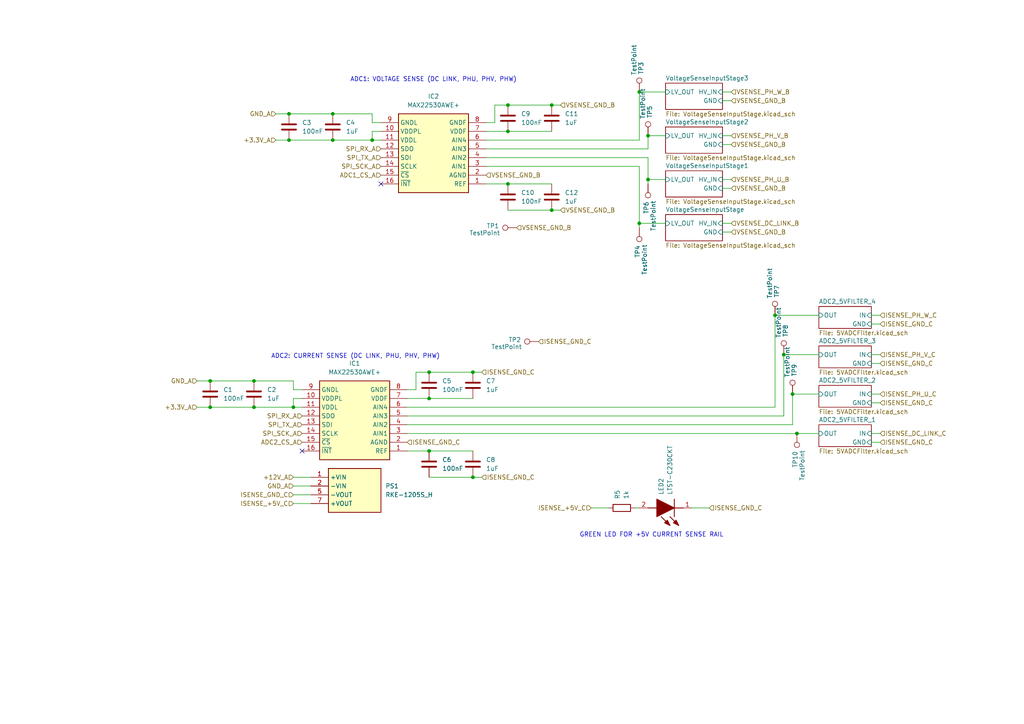
<source format=kicad_sch>
(kicad_sch (version 20250114) (generator "eeschema") (generator_version "9.0")
  (paper "A4")
  (lib_symbols
    (symbol "Connector:TestPoint" (pin_numbers (hide yes)) (pin_names (offset 0.762) (hide yes))
      (property "Reference" "TP" (at 0 6.858 0))
      (property "Value" "TestPoint" (at 0 5.08 0))
      (symbol "TestPoint_0_1"
        (circle (center 0 3.302) (radius 0.762))
      )
      (symbol "TestPoint_1_1"
        (pin passive line (at 0 0 90) (length 2.54) (name "1") (number "1"))
      )
    )
    (symbol "Device:C" (pin_numbers (hide yes)) (pin_names (offset 0.254))
      (property "Reference" "C" (at 0.635 2.54 0))
      (property "Value" "C" (at 0.635 -2.54 0))
      (symbol "C_0_1"
        (polyline (pts (xy -2.032 0.762) (xy 2.032 0.762)) (stroke (width 0.508)))
        (polyline (pts (xy -2.032 -0.762) (xy 2.032 -0.762)) (stroke (width 0.508)))
      )
      (symbol "C_1_1"
        (pin passive line (at 0 3.81 270) (length 2.794) (name "~") (number "1"))
        (pin passive line (at 0 -3.81 90) (length 2.794) (name "~") (number "2"))
      )
    )
    (symbol "Device:R" (pin_numbers (hide yes)) (pin_names (offset 0))
      (property "Reference" "R" (at 2.032 0 90))
      (property "Value" "R" (at 0 0 90))
      (symbol "R_0_1"
        (rectangle (start -1.016 -2.54) (end 1.016 2.54) (stroke (width 0.254)))
      )
      (symbol "R_1_1"
        (pin passive line (at 0 3.81 270) (length 1.27) (name "~") (number "1"))
        (pin passive line (at 0 -3.81 90) (length 1.27) (name "~") (number "2"))
      )
    )
    (symbol "InverterCom:LTST-C230CKT" (pin_names (hide yes))
      (property "Reference" "LED" (at 12.7 8.89 0))
      (property "Value" "LTST-C230CKT" (at 12.7 6.35 0))
      (symbol "LTST-C230CKT_1_1"
        (polyline (pts (xy 2.54 0) (xy 5.08 0)) (stroke (width 0.254)))
        (polyline (pts (xy 5.08 2.54) (xy 5.08 -2.54)) (stroke (width 0.254)))
        (polyline (pts (xy 5.08 0) (xy 10.16 2.54) (xy 10.16 -2.54) (xy 5.08 0)) (stroke (width 0.254)) (fill (type outline)))
        (polyline (pts (xy 5.334 4.318) (xy 4.572 3.556) (xy 3.81 5.08) (xy 5.334 4.318)) (stroke (width 0.254)) (fill (type outline)))
        (polyline (pts (xy 6.35 2.54) (xy 3.81 5.08)) (stroke (width 0.254)))
        (polyline (pts (xy 7.874 4.318) (xy 7.112 3.556) (xy 6.35 5.08) (xy 7.874 4.318)) (stroke (width 0.254)) (fill (type outline)))
        (polyline (pts (xy 8.89 2.54) (xy 6.35 5.08)) (stroke (width 0.254)))
        (polyline (pts (xy 10.16 0) (xy 12.7 0)) (stroke (width 0.254)))
        (pin passive line (at 0 0 0) (length 2.54) (name "K") (number "1"))
        (pin passive line (at 15.24 0 180) (length 2.54) (name "A") (number "2"))
      )
    )
    (symbol "InverterCom:MAX22530AWE+"
      (property "Reference" "IC" (at 26.67 7.62 0))
      (property "Value" "MAX22530AWE+" (at 26.67 5.08 0))
      (symbol "MAX22530AWE+_1_1"
        (rectangle (start 5.08 2.54) (end 25.4 -20.32) (stroke (width 0.254)) (fill (type background)))
        (pin passive line (at 0 0 0) (length 5.08) (name "REF") (number "1"))
        (pin passive line (at 0 -2.54 0) (length 5.08) (name "AGND") (number "2"))
        (pin passive line (at 0 -5.08 0) (length 5.08) (name "AIN1") (number "3"))
        (pin passive line (at 0 -7.62 0) (length 5.08) (name "AIN2") (number "4"))
        (pin passive line (at 0 -10.16 0) (length 5.08) (name "AIN3") (number "5"))
        (pin passive line (at 0 -12.7 0) (length 5.08) (name "AIN4") (number "6"))
        (pin passive line (at 0 -15.24 0) (length 5.08) (name "VDDF") (number "7"))
        (pin passive line (at 0 -17.78 0) (length 5.08) (name "GNDF") (number "8"))
        (pin passive line (at 30.48 0 180) (length 5.08) (name "~{INT}") (number "16"))
        (pin passive line (at 30.48 -2.54 180) (length 5.08) (name "~{CS}") (number "15"))
        (pin passive line (at 30.48 -5.08 180) (length 5.08) (name "SCLK") (number "14"))
        (pin passive line (at 30.48 -7.62 180) (length 5.08) (name "SDI") (number "13"))
        (pin passive line (at 30.48 -10.16 180) (length 5.08) (name "SDO") (number "12"))
        (pin passive line (at 30.48 -12.7 180) (length 5.08) (name "VDDL") (number "11"))
        (pin passive line (at 30.48 -15.24 180) (length 5.08) (name "VDDPL") (number "10"))
        (pin passive line (at 30.48 -17.78 180) (length 5.08) (name "GNDL") (number "9"))
      )
    )
    (symbol "InverterCom:RKE-1205S_H"
      (property "Reference" "PS" (at 21.59 7.62 0))
      (property "Value" "RKE-1205S_H" (at 21.59 5.08 0))
      (symbol "RKE-1205S_H_1_1"
        (rectangle (start 5.08 2.54) (end 20.32 -10.16) (stroke (width 0.254)) (fill (type background)))
        (pin passive line (at 0 0 0) (length 5.08) (name "+VIN") (number "1"))
        (pin passive line (at 0 -2.54 0) (length 5.08) (name "-VIN") (number "2"))
        (pin passive line (at 0 -5.08 0) (length 5.08) (name "-VOUT") (number "5"))
        (pin passive line (at 0 -7.62 0) (length 5.08) (name "+VOUT") (number "7"))
      )
    )
  )
  (text "ADC1: VOLTAGE SENSE (DC LINK, PHU, PHV, PHW)" (at 125.73 23.114 0) (effects (font (size 1.27 1.27))))
  (text "GREEN LED FOR +5V CURRENT SENSE RAIL" (at 188.976 155.194 0) (effects (font (size 1.27 1.27))))
  (text "ADC2: CURRENT SENSE (DC LINK, PHU, PHV, PHW)" (at 103.124 103.378 0) (effects (font (size 1.27 1.27))))
  (junction (at 96.52 33.02))
  (junction (at 137.16 107.95))
  (junction (at 124.46 107.95))
  (junction (at 73.66 118.11))
  (junction (at 147.32 53.34))
  (junction (at 60.96 118.11))
  (junction (at 137.16 138.43))
  (junction (at 107.95 40.64))
  (junction (at 187.96 52.07))
  (junction (at 160.02 30.48))
  (junction (at 85.09 118.11))
  (junction (at 147.32 30.48))
  (junction (at 124.46 130.81))
  (junction (at 227.33 102.87))
  (junction (at 160.02 60.96))
  (junction (at 60.96 110.49))
  (junction (at 224.79 91.44))
  (junction (at 73.66 110.49))
  (junction (at 185.42 26.67))
  (junction (at 124.46 115.57))
  (junction (at 229.87 114.3))
  (junction (at 231.14 125.73))
  (junction (at 96.52 40.64))
  (junction (at 83.82 33.02))
  (junction (at 147.32 38.1))
  (junction (at 185.42 64.77))
  (junction (at 187.96 39.37))
  (junction (at 83.82 40.64))
  (no_connect (at 110.49 53.34))
  (no_connect (at 87.63 130.81))
  (wire (pts (xy 85.09 118.11) (xy 87.63 118.11)))
  (wire (pts (xy 85.09 140.97) (xy 90.17 140.97)))
  (wire (pts (xy 85.09 138.43) (xy 90.17 138.43)))
  (wire (pts (xy 252.73 114.3) (xy 255.27 114.3)))
  (wire (pts (xy 85.09 110.49) (xy 85.09 113.03)))
  (wire (pts (xy 185.42 40.64) (xy 140.97 40.64)))
  (wire (pts (xy 143.51 30.48) (xy 147.32 30.48)))
  (wire (pts (xy 187.96 45.72) (xy 187.96 52.07)))
  (wire (pts (xy 193.04 52.07) (xy 187.96 52.07)))
  (wire (pts (xy 185.42 66.04) (xy 185.42 64.77)))
  (wire (pts (xy 73.66 118.11) (xy 85.09 118.11)))
  (wire (pts (xy 57.15 118.11) (xy 60.96 118.11)))
  (wire (pts (xy 96.52 33.02) (xy 107.95 33.02)))
  (wire (pts (xy 184.15 147.32) (xy 185.42 147.32)))
  (wire (pts (xy 171.45 147.32) (xy 176.53 147.32)))
  (wire (pts (xy 60.96 110.49) (xy 73.66 110.49)))
  (wire (pts (xy 252.73 128.27) (xy 255.27 128.27)))
  (wire (pts (xy 85.09 146.05) (xy 90.17 146.05)))
  (wire (pts (xy 120.65 107.95) (xy 124.46 107.95)))
  (wire (pts (xy 124.46 130.81) (xy 137.16 130.81)))
  (wire (pts (xy 118.11 115.57) (xy 124.46 115.57)))
  (wire (pts (xy 212.09 26.67) (xy 209.55 26.67)))
  (wire (pts (xy 96.52 40.64) (xy 107.95 40.64)))
  (wire (pts (xy 237.49 114.3) (xy 229.87 114.3)))
  (wire (pts (xy 107.95 33.02) (xy 107.95 35.56)))
  (wire (pts (xy 185.42 64.77) (xy 185.42 48.26)))
  (wire (pts (xy 147.32 53.34) (xy 160.02 53.34)))
  (wire (pts (xy 120.65 113.03) (xy 120.65 107.95)))
  (wire (pts (xy 185.42 26.67) (xy 193.04 26.67)))
  (wire (pts (xy 224.79 118.11) (xy 224.79 91.44)))
  (wire (pts (xy 252.73 102.87) (xy 255.27 102.87)))
  (wire (pts (xy 212.09 29.21) (xy 209.55 29.21)))
  (wire (pts (xy 85.09 115.57) (xy 85.09 118.11)))
  (wire (pts (xy 212.09 39.37) (xy 209.55 39.37)))
  (wire (pts (xy 185.42 64.77) (xy 193.04 64.77)))
  (wire (pts (xy 80.01 33.02) (xy 83.82 33.02)))
  (wire (pts (xy 147.32 38.1) (xy 160.02 38.1)))
  (wire (pts (xy 137.16 107.95) (xy 139.7 107.95)))
  (wire (pts (xy 224.79 91.44) (xy 237.49 91.44)))
  (wire (pts (xy 187.96 39.37) (xy 193.04 39.37)))
  (wire (pts (xy 147.32 30.48) (xy 160.02 30.48)))
  (wire (pts (xy 187.96 43.18) (xy 140.97 43.18)))
  (wire (pts (xy 107.95 40.64) (xy 110.49 40.64)))
  (wire (pts (xy 252.73 91.44) (xy 255.27 91.44)))
  (wire (pts (xy 187.96 52.07) (xy 187.96 53.34)))
  (wire (pts (xy 57.15 110.49) (xy 60.96 110.49)))
  (wire (pts (xy 200.66 147.32) (xy 205.74 147.32)))
  (wire (pts (xy 124.46 107.95) (xy 137.16 107.95)))
  (wire (pts (xy 140.97 45.72) (xy 187.96 45.72)))
  (wire (pts (xy 187.96 39.37) (xy 187.96 43.18)))
  (wire (pts (xy 118.11 130.81) (xy 124.46 130.81)))
  (wire (pts (xy 231.14 125.73) (xy 237.49 125.73)))
  (wire (pts (xy 85.09 143.51) (xy 90.17 143.51)))
  (wire (pts (xy 212.09 41.91) (xy 209.55 41.91)))
  (wire (pts (xy 140.97 53.34) (xy 147.32 53.34)))
  (wire (pts (xy 185.42 48.26) (xy 140.97 48.26)))
  (wire (pts (xy 87.63 115.57) (xy 85.09 115.57)))
  (wire (pts (xy 212.09 64.77) (xy 209.55 64.77)))
  (wire (pts (xy 252.73 105.41) (xy 255.27 105.41)))
  (wire (pts (xy 80.01 40.64) (xy 83.82 40.64)))
  (wire (pts (xy 140.97 35.56) (xy 143.51 35.56)))
  (wire (pts (xy 252.73 116.84) (xy 255.27 116.84)))
  (wire (pts (xy 212.09 67.31) (xy 209.55 67.31)))
  (wire (pts (xy 73.66 110.49) (xy 85.09 110.49)))
  (wire (pts (xy 160.02 30.48) (xy 162.56 30.48)))
  (wire (pts (xy 212.09 54.61) (xy 209.55 54.61)))
  (wire (pts (xy 118.11 118.11) (xy 224.79 118.11)))
  (wire (pts (xy 143.51 35.56) (xy 143.51 30.48)))
  (wire (pts (xy 118.11 120.65) (xy 227.33 120.65)))
  (wire (pts (xy 227.33 120.65) (xy 227.33 102.87)))
  (wire (pts (xy 140.97 38.1) (xy 147.32 38.1)))
  (wire (pts (xy 107.95 35.56) (xy 110.49 35.56)))
  (wire (pts (xy 118.11 125.73) (xy 231.14 125.73)))
  (wire (pts (xy 118.11 123.19) (xy 229.87 123.19)))
  (wire (pts (xy 83.82 40.64) (xy 96.52 40.64)))
  (wire (pts (xy 147.32 60.96) (xy 160.02 60.96)))
  (wire (pts (xy 252.73 93.98) (xy 255.27 93.98)))
  (wire (pts (xy 107.95 38.1) (xy 110.49 38.1)))
  (wire (pts (xy 160.02 60.96) (xy 162.56 60.96)))
  (wire (pts (xy 107.95 38.1) (xy 107.95 40.64)))
  (wire (pts (xy 83.82 33.02) (xy 96.52 33.02)))
  (wire (pts (xy 60.96 118.11) (xy 73.66 118.11)))
  (wire (pts (xy 118.11 113.03) (xy 120.65 113.03)))
  (wire (pts (xy 212.09 52.07) (xy 209.55 52.07)))
  (wire (pts (xy 124.46 138.43) (xy 137.16 138.43)))
  (wire (pts (xy 185.42 26.67) (xy 185.42 40.64)))
  (wire (pts (xy 229.87 114.3) (xy 229.87 123.19)))
  (wire (pts (xy 252.73 125.73) (xy 255.27 125.73)))
  (wire (pts (xy 85.09 113.03) (xy 87.63 113.03)))
  (wire (pts (xy 137.16 138.43) (xy 139.7 138.43)))
  (wire (pts (xy 227.33 102.87) (xy 237.49 102.87)))
  (wire (pts (xy 124.46 115.57) (xy 137.16 115.57)))
  (hierarchical_label "+3.3V_A" (shape input) (at 57.15 118.11 180))
  (hierarchical_label "SPI_TX_A" (shape input) (at 110.49 45.72 180))
  (hierarchical_label "ISENSE_GND_C" (shape input) (at 156.21 99.06 0))
  (hierarchical_label "VSENSE_GND_B" (shape input) (at 212.09 54.61 0))
  (hierarchical_label "ISENSE_GND_C" (shape input) (at 255.27 116.84 0))
  (hierarchical_label "ISENSE_GND_C" (shape input) (at 255.27 93.98 0))
  (hierarchical_label "ISENSE_PH_V_C" (shape input) (at 255.27 102.87 0))
  (hierarchical_label "SPI_SCK_A" (shape input) (at 110.49 48.26 180))
  (hierarchical_label "SPI_TX_A" (shape input) (at 87.63 123.19 180))
  (hierarchical_label "SPI_SCK_A" (shape input) (at 87.63 125.73 180))
  (hierarchical_label "VSENSE_PH_U_B" (shape input) (at 212.09 52.07 0))
  (hierarchical_label "VSENSE_DC_LINK_B" (shape input) (at 212.09 64.77 0))
  (hierarchical_label "ISENSE_GND_C" (shape input) (at 255.27 105.41 0))
  (hierarchical_label "ISENSE_+5V_C" (shape input) (at 171.45 147.32 180))
  (hierarchical_label "SPI_RX_A" (shape input) (at 87.63 120.65 180))
  (hierarchical_label "ISENSE_GND_C" (shape input) (at 118.11 128.27 0))
  (hierarchical_label "VSENSE_GND_B" (shape input) (at 212.09 29.21 0))
  (hierarchical_label "VSENSE_GND_B" (shape input) (at 162.56 60.96 0))
  (hierarchical_label "ISENSE_DC_LINK_C" (shape input) (at 255.27 125.73 0))
  (hierarchical_label "VSENSE_GND_B" (shape input) (at 140.97 50.8 0))
  (hierarchical_label "GND_A" (shape input) (at 57.15 110.49 180))
  (hierarchical_label "SPI_RX_A" (shape input) (at 110.49 43.18 180))
  (hierarchical_label "ISENSE_+5V_C" (shape input) (at 85.09 146.05 180))
  (hierarchical_label "ADC1_CS_A" (shape input) (at 110.49 50.8 180))
  (hierarchical_label "VSENSE_GND_B" (shape input) (at 162.56 30.48 0))
  (hierarchical_label "ISENSE_GND_C" (shape input) (at 205.74 147.32 0))
  (hierarchical_label "ISENSE_PH_W_C" (shape input) (at 255.27 91.44 0))
  (hierarchical_label "VSENSE_GND_B" (shape input) (at 212.09 67.31 0))
  (hierarchical_label "GND_A" (shape input) (at 80.01 33.02 180))
  (hierarchical_label "ISENSE_GND_C" (shape input) (at 85.09 143.51 180))
  (hierarchical_label "GND_A" (shape input) (at 85.09 140.97 180))
  (hierarchical_label "VSENSE_PH_V_B" (shape input) (at 212.09 39.37 0))
  (hierarchical_label "VSENSE_GND_B" (shape input) (at 212.09 41.91 0))
  (hierarchical_label "+3.3V_A" (shape input) (at 80.01 40.64 180))
  (hierarchical_label "+12V_A" (shape input) (at 85.09 138.43 180))
  (hierarchical_label "ISENSE_GND_C" (shape input) (at 139.7 138.43 0))
  (hierarchical_label "ISENSE_PH_U_C" (shape input) (at 255.27 114.3 0))
  (hierarchical_label "ADC2_CS_A" (shape input) (at 87.63 128.27 180))
  (hierarchical_label "ISENSE_GND_C" (shape input) (at 139.7 107.95 0))
  (hierarchical_label "ISENSE_GND_C" (shape input) (at 255.27 128.27 0))
  (hierarchical_label "VSENSE_PH_W_B" (shape input) (at 212.09 26.67 0))
  (hierarchical_label "VSENSE_GND_B" (shape input) (at 149.86 66.04 0))
  (symbol (lib_id "Device:C") (at 160.02 34.29 0) (unit 1)
    (property "Reference" "C11" (at 163.83 33.0199 0) (effects (justify left)))
    (property "Value" "1uF" (at 163.83 35.5599 0) (effects (justify left)))
    (property "Footprint" "Capacitor_SMD:C_1210_3225Metric_Pad1.33x2.70mm_HandSolder" (effects (hide yes)))
    (property "Description" "Unpolarized capacitor" (effects (hide yes)))
  )
  (symbol (lib_id "Device:C") (at 73.66 114.3 0) (unit 1)
    (property "Reference" "C2" (at 77.47 113.0299 0) (effects (justify left)))
    (property "Value" "1uF" (at 77.47 115.5699 0) (effects (justify left)))
    (property "Footprint" "Capacitor_SMD:C_1210_3225Metric_Pad1.33x2.70mm_HandSolder" (effects (hide yes)))
    (property "Description" "Unpolarized capacitor" (effects (hide yes)))
  )
  (symbol (lib_id "Connector:TestPoint") (at 187.96 53.34 180) (unit 1)
    (property "Reference" "TP6" (at 187.452 58.42 90) (effects (justify left)))
    (property "Value" "TestPoint" (at 189.484 58.166 90) (effects (justify left)))
    (property "Footprint" "TestPoint:TestPoint_Loop_D2.54mm_Drill1.5mm_Beaded" (effects (hide yes)))
    (property "Description" "test point" (effects (hide yes)))
  )
  (symbol (lib_id "InverterCom:RKE-1205S_H") (at 90.17 138.43 0) (unit 1)
    (property "Reference" "PS1" (at 111.76 140.9699 0) (effects (justify left)))
    (property "Value" "RKE-1205S_H" (at 111.76 143.5099 0) (effects (justify left)))
    (property "Footprint" "InverterCom:RKE1205SH" (effects (hide yes)))
    (property "Datasheet" "https://www.recom-power.com/pdf/Econoline/RKE.pdf" (effects (hide yes)))
    (property "Description" "Recom Through Hole 1W Isolated DC-DC Converter, Vin Maximum of 12 V dc, I/O isolation 4kV dc, Vout 5V dc" (effects (hide yes)))
    (property "Height" "10.7" (effects (hide yes)))
    (property "Mouser Part Number" "919-RKE-1205S/H" (effects (hide yes)))
    (property "Mouser Price/Stock" "https://www.mouser.co.uk/ProductDetail/RECOM-Power/RKE-1205S-H?qs=IFMNCcK%2FBZwj8OgeraTUUA%3D%3D" (effects (hide yes)))
    (property "Manufacturer_Name" "RECOM Power" (effects (hide yes)))
    (property "Manufacturer_Part_Number" "RKE-1205S/H" (effects (hide yes)))
  )
  (symbol (lib_id "Device:C") (at 137.16 134.62 0) (unit 1)
    (property "Reference" "C8" (at 140.97 133.3499 0) (effects (justify left)))
    (property "Value" "1uF" (at 140.97 135.8899 0) (effects (justify left)))
    (property "Footprint" "Capacitor_SMD:C_1210_3225Metric_Pad1.33x2.70mm_HandSolder" (effects (hide yes)))
    (property "Description" "Unpolarized capacitor" (effects (hide yes)))
  )
  (symbol (lib_id "InverterCom:LTST-C230CKT") (at 200.66 147.32 180) (unit 1)
    (property "Reference" "LED2" (at 191.7699 143.51 90) (effects (justify right)))
    (property "Value" "LTST-C230CKT" (at 194.3099 143.51 90) (effects (justify right)))
    (property "Footprint" "InverterCom:LEDC3216X120N" (effects (hide yes)))
    (property "Description" "Standard LEDs - SMD Red Clear 638nm" (effects (hide yes)))
    (property "Height" "1.2" (effects (hide yes)))
    (property "Mouser Part Number" "859-LTST-C230CKT" (effects (hide yes)))
    (property "Mouser Price/Stock" "https://www.mouser.co.uk/ProductDetail/Lite-On/LTST-C230CKT?qs=Ajas4iFhtucdJAOTHdHdqw%3D%3D" (effects (hide yes)))
    (property "Manufacturer_Name" "Lite-On" (effects (hide yes)))
    (property "Manufacturer_Part_Number" "LTST-C230CKT" (effects (hide yes)))
  )
  (symbol (lib_id "Device:C") (at 147.32 57.15 0) (unit 1)
    (property "Reference" "C10" (at 151.13 55.8799 0) (effects (justify left)))
    (property "Value" "100nF" (at 151.13 58.42 0) (effects (justify left)))
    (property "Footprint" "Capacitor_SMD:C_1210_3225Metric_Pad1.33x2.70mm_HandSolder" (effects (hide yes)))
    (property "Description" "Unpolarized capacitor" (effects (hide yes)))
  )
  (symbol (lib_id "Connector:TestPoint") (at 224.79 91.44 0) (unit 1)
    (property "Reference" "TP7" (at 225.298 86.36 90) (effects (justify left)))
    (property "Value" "TestPoint" (at 223.266 86.614 90) (effects (justify left)))
    (property "Footprint" "TestPoint:TestPoint_Loop_D2.54mm_Drill1.5mm_Beaded" (effects (hide yes)))
    (property "Description" "test point" (effects (hide yes)))
  )
  (symbol (lib_id "Device:C") (at 124.46 134.62 0) (unit 1)
    (property "Reference" "C6" (at 128.27 133.3499 0) (effects (justify left)))
    (property "Value" "100nF" (at 128.27 135.89 0) (effects (justify left)))
    (property "Footprint" "Capacitor_SMD:C_1210_3225Metric_Pad1.33x2.70mm_HandSolder" (effects (hide yes)))
    (property "Description" "Unpolarized capacitor" (effects (hide yes)))
  )
  (symbol (lib_id "Connector:TestPoint") (at 187.96 39.37 0) (unit 1)
    (property "Reference" "TP5" (at 188.468 34.29 90) (effects (justify left)))
    (property "Value" "TestPoint" (at 186.436 34.544 90) (effects (justify left)))
    (property "Footprint" "TestPoint:TestPoint_Loop_D2.54mm_Drill1.5mm_Beaded" (effects (hide yes)))
    (property "Description" "test point" (effects (hide yes)))
  )
  (symbol (lib_id "Connector:TestPoint") (at 149.86 66.04 90) (unit 1)
    (property "Reference" "TP1" (at 144.78 65.532 90) (effects (justify left)))
    (property "Value" "TestPoint" (at 145.034 67.564 90) (effects (justify left)))
    (property "Footprint" "TestPoint:TestPoint_Loop_D2.54mm_Drill1.5mm_Beaded" (effects (hide yes)))
    (property "Description" "test point" (effects (hide yes)))
  )
  (symbol (lib_id "Connector:TestPoint") (at 156.21 99.06 90) (unit 1)
    (property "Reference" "TP2" (at 151.13 98.552 90) (effects (justify left)))
    (property "Value" "TestPoint" (at 151.384 100.584 90) (effects (justify left)))
    (property "Footprint" "TestPoint:TestPoint_Loop_D2.54mm_Drill1.5mm_Beaded" (effects (hide yes)))
    (property "Description" "test point" (effects (hide yes)))
  )
  (symbol (lib_id "Device:C") (at 96.52 36.83 0) (unit 1)
    (property "Reference" "C4" (at 100.33 35.5599 0) (effects (justify left)))
    (property "Value" "1uF" (at 100.33 38.0999 0) (effects (justify left)))
    (property "Footprint" "Capacitor_SMD:C_1210_3225Metric_Pad1.33x2.70mm_HandSolder" (effects (hide yes)))
    (property "Description" "Unpolarized capacitor" (effects (hide yes)))
  )
  (symbol (lib_id "Connector:TestPoint") (at 227.33 102.87 0) (unit 1)
    (property "Reference" "TP8" (at 227.838 97.79 90) (effects (justify left)))
    (property "Value" "TestPoint" (at 225.806 98.044 90) (effects (justify left)))
    (property "Footprint" "TestPoint:TestPoint_Loop_D2.54mm_Drill1.5mm_Beaded" (effects (hide yes)))
    (property "Description" "test point" (effects (hide yes)))
  )
  (symbol (lib_id "Device:C") (at 124.46 111.76 0) (unit 1)
    (property "Reference" "C5" (at 128.27 110.4899 0) (effects (justify left)))
    (property "Value" "100nF" (at 128.27 113.03 0) (effects (justify left)))
    (property "Footprint" "Capacitor_SMD:C_1210_3225Metric_Pad1.33x2.70mm_HandSolder" (effects (hide yes)))
    (property "Description" "Unpolarized capacitor" (effects (hide yes)))
  )
  (symbol (lib_id "Connector:TestPoint") (at 185.42 26.67 0) (unit 1)
    (property "Reference" "TP3" (at 185.928 21.59 90) (effects (justify left)))
    (property "Value" "TestPoint" (at 183.896 21.844 90) (effects (justify left)))
    (property "Footprint" "TestPoint:TestPoint_Loop_D2.54mm_Drill1.5mm_Beaded" (effects (hide yes)))
    (property "Description" "test point" (effects (hide yes)))
  )
  (symbol (lib_id "Device:C") (at 83.82 36.83 0) (unit 1)
    (property "Reference" "C3" (at 87.63 35.5599 0) (effects (justify left)))
    (property "Value" "100nF" (at 87.63 38.1 0) (effects (justify left)))
    (property "Footprint" "Capacitor_SMD:C_1210_3225Metric_Pad1.33x2.70mm_HandSolder" (effects (hide yes)))
    (property "Description" "Unpolarized capacitor" (effects (hide yes)))
  )
  (symbol (lib_id "Connector:TestPoint") (at 231.14 125.73 180) (unit 1)
    (property "Reference" "TP10" (at 230.632 130.81 90) (effects (justify left)))
    (property "Value" "TestPoint" (at 232.664 130.556 90) (effects (justify left)))
    (property "Footprint" "TestPoint:TestPoint_Loop_D2.54mm_Drill1.5mm_Beaded" (effects (hide yes)))
    (property "Description" "test point" (effects (hide yes)))
  )
  (symbol (lib_id "InverterCom:MAX22530AWE+") (at 140.97 53.34 180) (unit 1)
    (property "Reference" "IC2" (at 125.73 27.94 0))
    (property "Value" "MAX22530AWE+" (at 125.73 30.48 0))
    (property "Footprint" "InverterCom:SOIC127P1032X265-16N" (effects (hide yes)))
    (property "Datasheet" "https://www.analog.com/MAX22530/datasheet" (effects (hide yes)))
    (property "Description" "Field-Side Self-Powered, 4-Channel, 12-bit, Isolated ADC" (effects (hide yes)))
    (property "Height" "2.65" (effects (hide yes)))
    (property "Mouser Part Number" "700-MAX22530AWE+" (effects (hide yes)))
    (property "Mouser Price/Stock" "https://www.mouser.co.uk/ProductDetail/Analog-Devices-Maxim-Integrated/MAX22530AWE%2b?qs=DRkmTr78QASxug5yEXUKBg%3D%3D" (effects (hide yes)))
    (property "Manufacturer_Name" "Analog Devices" (effects (hide yes)))
    (property "Manufacturer_Part_Number" "MAX22530AWE+" (effects (hide yes)))
  )
  (symbol (lib_id "Connector:TestPoint") (at 229.87 114.3 0) (unit 1)
    (property "Reference" "TP9" (at 230.378 109.22 90) (effects (justify left)))
    (property "Value" "TestPoint" (at 228.346 109.474 90) (effects (justify left)))
    (property "Footprint" "TestPoint:TestPoint_Loop_D2.54mm_Drill1.5mm_Beaded" (effects (hide yes)))
    (property "Description" "test point" (effects (hide yes)))
  )
  (symbol (lib_id "Device:C") (at 137.16 111.76 0) (unit 1)
    (property "Reference" "C7" (at 140.97 110.4899 0) (effects (justify left)))
    (property "Value" "1uF" (at 140.97 113.0299 0) (effects (justify left)))
    (property "Footprint" "Capacitor_SMD:C_1210_3225Metric_Pad1.33x2.70mm_HandSolder" (effects (hide yes)))
    (property "Description" "Unpolarized capacitor" (effects (hide yes)))
  )
  (symbol (lib_id "Device:C") (at 160.02 57.15 0) (unit 1)
    (property "Reference" "C12" (at 163.83 55.8799 0) (effects (justify left)))
    (property "Value" "1uF" (at 163.83 58.4199 0) (effects (justify left)))
    (property "Footprint" "Capacitor_SMD:C_1210_3225Metric_Pad1.33x2.70mm_HandSolder" (effects (hide yes)))
    (property "Description" "Unpolarized capacitor" (effects (hide yes)))
  )
  (symbol (lib_id "Device:C") (at 147.32 34.29 0) (unit 1)
    (property "Reference" "C9" (at 151.13 33.0199 0) (effects (justify left)))
    (property "Value" "100nF" (at 151.13 35.56 0) (effects (justify left)))
    (property "Footprint" "Capacitor_SMD:C_1210_3225Metric_Pad1.33x2.70mm_HandSolder" (effects (hide yes)))
    (property "Description" "Unpolarized capacitor" (effects (hide yes)))
  )
  (symbol (lib_id "Device:C") (at 60.96 114.3 0) (unit 1)
    (property "Reference" "C1" (at 64.77 113.0299 0) (effects (justify left)))
    (property "Value" "100nF" (at 64.77 115.57 0) (effects (justify left)))
    (property "Footprint" "Capacitor_SMD:C_1210_3225Metric_Pad1.33x2.70mm_HandSolder" (effects (hide yes)))
    (property "Description" "Unpolarized capacitor" (effects (hide yes)))
  )
  (symbol (lib_id "Device:R") (at 180.34 147.32 270) (unit 1)
    (property "Reference" "R5" (at 179.0699 144.78 0) (effects (justify right)))
    (property "Value" "1k" (at 181.6099 144.78 0) (effects (justify right)))
    (property "Footprint" "Resistor_SMD:R_1210_3225Metric_Pad1.30x2.65mm_HandSolder" (effects (hide yes)))
    (property "Description" "Resistor" (effects (hide yes)))
  )
  (symbol (lib_id "Connector:TestPoint") (at 185.42 66.04 180) (unit 1)
    (property "Reference" "TP4" (at 184.912 71.12 90) (effects (justify left)))
    (property "Value" "TestPoint" (at 186.944 70.866 90) (effects (justify left)))
    (property "Footprint" "TestPoint:TestPoint_Loop_D2.54mm_Drill1.5mm_Beaded" (effects (hide yes)))
    (property "Description" "test point" (effects (hide yes)))
  )
  (symbol (lib_id "InverterCom:MAX22530AWE+") (at 118.11 130.81 180) (unit 1)
    (property "Reference" "IC1" (at 102.87 105.41 0))
    (property "Value" "MAX22530AWE+" (at 102.87 107.95 0))
    (property "Footprint" "InverterCom:SOIC127P1032X265-16N" (effects (hide yes)))
    (property "Datasheet" "https://www.analog.com/MAX22530/datasheet" (effects (hide yes)))
    (property "Description" "Field-Side Self-Powered, 4-Channel, 12-bit, Isolated ADC" (effects (hide yes)))
    (property "Height" "2.65" (effects (hide yes)))
    (property "Mouser Part Number" "700-MAX22530AWE+" (effects (hide yes)))
    (property "Mouser Price/Stock" "https://www.mouser.co.uk/ProductDetail/Analog-Devices-Maxim-Integrated/MAX22530AWE%2b?qs=DRkmTr78QASxug5yEXUKBg%3D%3D" (effects (hide yes)))
    (property "Manufacturer_Name" "Analog Devices" (effects (hide yes)))
    (property "Manufacturer_Part_Number" "MAX22530AWE+" (effects (hide yes)))
  )
  (sheet (at 193.04 24.13) (size 16.51 7.62) (stroke (width 0.1524))
    (property "Sheetname" "VoltageSenseInputStage3" (at 193.04 23.4184 0) (effects (justify left bottom)))
    (property "Sheetfile" "VoltageSenseInputStage.kicad_sch" (at 193.04 32.3346 0) (effects (justify left top)))
    (pin "GND" input (at 209.55 29.21 0))
    (pin "HV_IN" input (at 209.55 26.67 0))
    (pin "LV_OUT" input (at 193.04 26.67 180))
  )
  (sheet (at 193.04 49.53) (size 16.51 7.62) (stroke (width 0.1524))
    (property "Sheetname" "VoltageSenseInputStage1" (at 193.04 48.8184 0) (effects (justify left bottom)))
    (property "Sheetfile" "VoltageSenseInputStage.kicad_sch" (at 193.04 57.7346 0) (effects (justify left top)))
    (pin "GND" input (at 209.55 54.61 0))
    (pin "HV_IN" input (at 209.55 52.07 0))
    (pin "LV_OUT" input (at 193.04 52.07 180))
  )
  (sheet (at 237.49 111.76) (size 15.24 6.35) (stroke (width 0.1524))
    (property "Sheetname" "ADC2_5VFILTER_2" (at 237.49 111.0484 0) (effects (justify left bottom)))
    (property "Sheetfile" "5VADCFilter.kicad_sch" (at 237.49 118.6946 0) (effects (justify left top)))
    (pin "GND" input (at 252.73 116.84 0))
    (pin "IN" input (at 252.73 114.3 0))
    (pin "OUT" input (at 237.49 114.3 180))
  )
  (sheet (at 237.49 88.9) (size 15.24 6.35) (stroke (width 0.1524))
    (property "Sheetname" "ADC2_5VFILTER_4" (at 237.49 88.1884 0) (effects (justify left bottom)))
    (property "Sheetfile" "5VADCFilter.kicad_sch" (at 237.49 95.8346 0) (effects (justify left top)))
    (pin "GND" input (at 252.73 93.98 0))
    (pin "IN" input (at 252.73 91.44 0))
    (pin "OUT" input (at 237.49 91.44 180))
  )
  (sheet (at 237.49 100.33) (size 15.24 6.35) (stroke (width 0.1524))
    (property "Sheetname" "ADC2_5VFILTER_3" (at 237.49 99.6184 0) (effects (justify left bottom)))
    (property "Sheetfile" "5VADCFilter.kicad_sch" (at 237.49 107.2646 0) (effects (justify left top)))
    (pin "GND" input (at 252.73 105.41 0))
    (pin "IN" input (at 252.73 102.87 0))
    (pin "OUT" input (at 237.49 102.87 180))
  )
  (sheet (at 193.04 62.23) (size 16.51 7.62) (stroke (width 0.1524))
    (property "Sheetname" "VoltageSenseInputStage" (at 193.04 61.5184 0) (effects (justify left bottom)))
    (property "Sheetfile" "VoltageSenseInputStage.kicad_sch" (at 193.04 70.4346 0) (effects (justify left top)))
    (pin "GND" input (at 209.55 67.31 0))
    (pin "HV_IN" input (at 209.55 64.77 0))
    (pin "LV_OUT" input (at 193.04 64.77 180))
  )
  (sheet (at 193.04 36.83) (size 16.51 7.62) (stroke (width 0.1524))
    (property "Sheetname" "VoltageSenseInputStage2" (at 193.04 36.1184 0) (effects (justify left bottom)))
    (property "Sheetfile" "VoltageSenseInputStage.kicad_sch" (at 193.04 45.0346 0) (effects (justify left top)))
    (pin "GND" input (at 209.55 41.91 0))
    (pin "HV_IN" input (at 209.55 39.37 0))
    (pin "LV_OUT" input (at 193.04 39.37 180))
  )
  (sheet (at 237.49 123.19) (size 15.24 6.35) (stroke (width 0.1524))
    (property "Sheetname" "ADC2_5VFILTER_1" (at 237.49 122.4784 0) (effects (justify left bottom)))
    (property "Sheetfile" "5VADCFilter.kicad_sch" (at 237.49 130.1246 0) (effects (justify left top)))
    (pin "GND" input (at 252.73 128.27 0))
    (pin "IN" input (at 252.73 125.73 0))
    (pin "OUT" input (at 237.49 125.73 180))
  )
)
</source>
